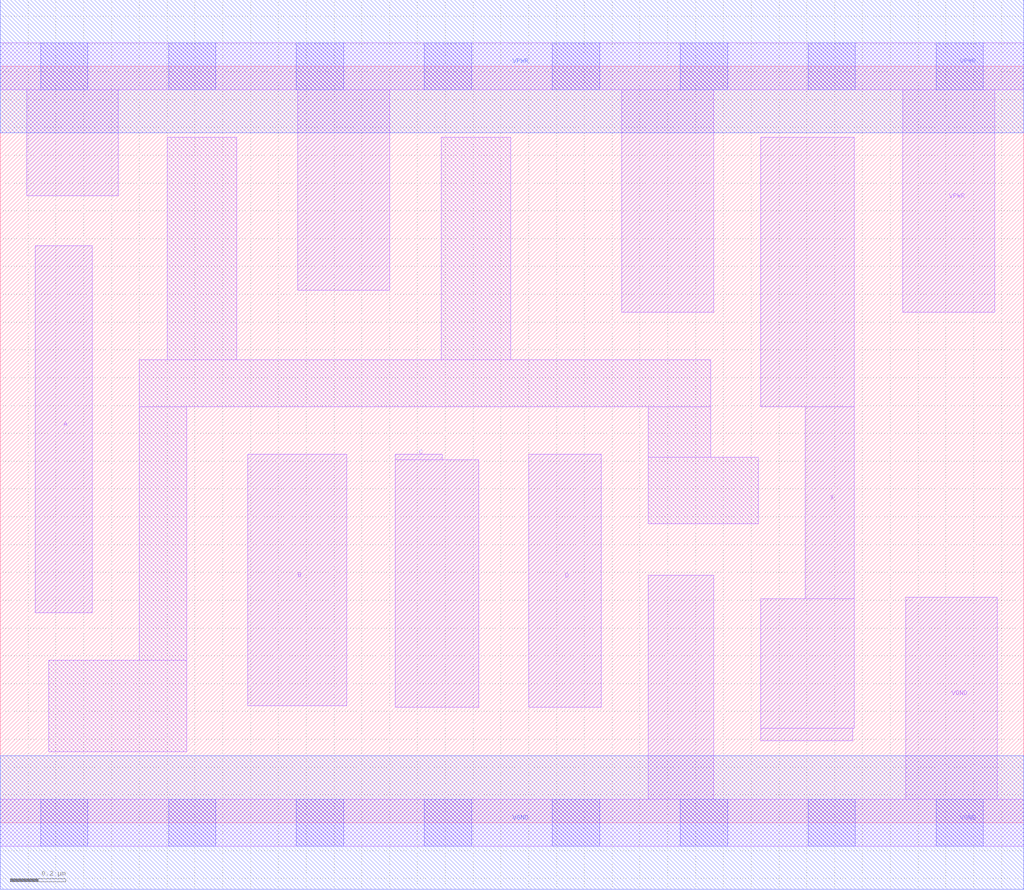
<source format=lef>
# Copyright 2020 The SkyWater PDK Authors
#
# Licensed under the Apache License, Version 2.0 (the "License");
# you may not use this file except in compliance with the License.
# You may obtain a copy of the License at
#
#     https://www.apache.org/licenses/LICENSE-2.0
#
# Unless required by applicable law or agreed to in writing, software
# distributed under the License is distributed on an "AS IS" BASIS,
# WITHOUT WARRANTIES OR CONDITIONS OF ANY KIND, either express or implied.
# See the License for the specific language governing permissions and
# limitations under the License.
#
# SPDX-License-Identifier: Apache-2.0

VERSION 5.7 ;
  NAMESCASESENSITIVE ON ;
  NOWIREEXTENSIONATPIN ON ;
  DIVIDERCHAR "/" ;
  BUSBITCHARS "[]" ;
UNITS
  DATABASE MICRONS 200 ;
END UNITS
MACRO sky130_fd_sc_hd__and4_2
  CLASS CORE ;
  SOURCE USER ;
  FOREIGN sky130_fd_sc_hd__and4_2 ;
  ORIGIN  0.000000  0.000000 ;
  SIZE  3.680000 BY  2.720000 ;
  SYMMETRY X Y R90 ;
  SITE unithd ;
  PIN A
    ANTENNAGATEAREA  0.126000 ;
    DIRECTION INPUT ;
    USE SIGNAL ;
    PORT
      LAYER li1 ;
        RECT 0.125000 0.755000 0.330000 2.075000 ;
    END
  END A
  PIN B
    ANTENNAGATEAREA  0.126000 ;
    DIRECTION INPUT ;
    USE SIGNAL ;
    PORT
      LAYER li1 ;
        RECT 0.890000 0.420000 1.245000 1.325000 ;
    END
  END B
  PIN C
    ANTENNAGATEAREA  0.126000 ;
    DIRECTION INPUT ;
    USE SIGNAL ;
    PORT
      LAYER li1 ;
        RECT 1.420000 0.415000 1.720000 1.305000 ;
        RECT 1.420000 1.305000 1.590000 1.325000 ;
    END
  END C
  PIN D
    ANTENNAGATEAREA  0.126000 ;
    DIRECTION INPUT ;
    USE SIGNAL ;
    PORT
      LAYER li1 ;
        RECT 1.900000 0.415000 2.160000 1.325000 ;
    END
  END D
  PIN X
    ANTENNADIFFAREA  0.544500 ;
    DIRECTION OUTPUT ;
    USE SIGNAL ;
    PORT
      LAYER li1 ;
        RECT 2.735000 0.295000 3.065000 0.340000 ;
        RECT 2.735000 0.340000 3.070000 0.805000 ;
        RECT 2.735000 1.495000 3.070000 2.465000 ;
        RECT 2.895000 0.805000 3.070000 1.495000 ;
    END
  END X
  PIN VGND
    DIRECTION INOUT ;
    SHAPE ABUTMENT ;
    USE GROUND ;
    PORT
      LAYER li1 ;
        RECT 0.000000 -0.085000 3.680000 0.085000 ;
        RECT 2.330000  0.085000 2.565000 0.890000 ;
        RECT 3.255000  0.085000 3.585000 0.810000 ;
      LAYER mcon ;
        RECT 0.145000 -0.085000 0.315000 0.085000 ;
        RECT 0.605000 -0.085000 0.775000 0.085000 ;
        RECT 1.065000 -0.085000 1.235000 0.085000 ;
        RECT 1.525000 -0.085000 1.695000 0.085000 ;
        RECT 1.985000 -0.085000 2.155000 0.085000 ;
        RECT 2.445000 -0.085000 2.615000 0.085000 ;
        RECT 2.905000 -0.085000 3.075000 0.085000 ;
        RECT 3.365000 -0.085000 3.535000 0.085000 ;
      LAYER met1 ;
        RECT 0.000000 -0.240000 3.680000 0.240000 ;
    END
  END VGND
  PIN VPWR
    DIRECTION INOUT ;
    SHAPE ABUTMENT ;
    USE POWER ;
    PORT
      LAYER li1 ;
        RECT 0.000000 2.635000 3.680000 2.805000 ;
        RECT 0.095000 2.255000 0.425000 2.635000 ;
        RECT 1.070000 1.915000 1.400000 2.635000 ;
        RECT 2.235000 1.835000 2.565000 2.635000 ;
        RECT 3.245000 1.835000 3.575000 2.635000 ;
      LAYER mcon ;
        RECT 0.145000 2.635000 0.315000 2.805000 ;
        RECT 0.605000 2.635000 0.775000 2.805000 ;
        RECT 1.065000 2.635000 1.235000 2.805000 ;
        RECT 1.525000 2.635000 1.695000 2.805000 ;
        RECT 1.985000 2.635000 2.155000 2.805000 ;
        RECT 2.445000 2.635000 2.615000 2.805000 ;
        RECT 2.905000 2.635000 3.075000 2.805000 ;
        RECT 3.365000 2.635000 3.535000 2.805000 ;
      LAYER met1 ;
        RECT 0.000000 2.480000 3.680000 2.960000 ;
    END
  END VPWR
  OBS
    LAYER li1 ;
      RECT 0.175000 0.255000 0.670000 0.585000 ;
      RECT 0.500000 0.585000 0.670000 1.495000 ;
      RECT 0.500000 1.495000 2.555000 1.665000 ;
      RECT 0.600000 1.665000 0.850000 2.465000 ;
      RECT 1.585000 1.665000 1.835000 2.465000 ;
      RECT 2.330000 1.075000 2.725000 1.315000 ;
      RECT 2.330000 1.315000 2.555000 1.495000 ;
  END
END sky130_fd_sc_hd__and4_2
END LIBRARY

</source>
